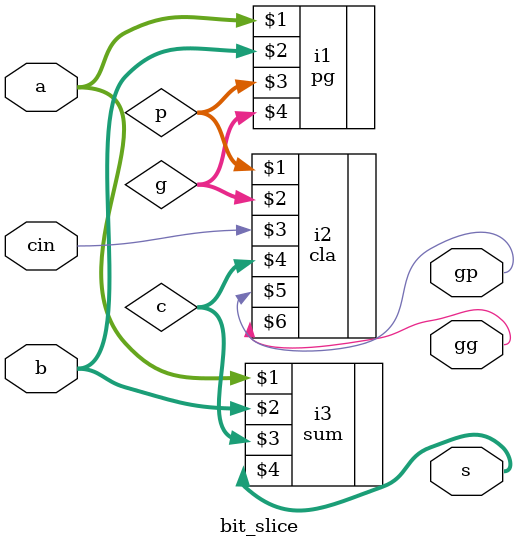
<source format=v>
module bit_slice(a,b,cin,s,gp,gg); 

    input [3:0] a,b;
    input cin; 
    output [3:0] s;
    output gp,gg;
    wire [3:0] p,g,c;
    pg i1(a,b,p,g);
    cla i2(p,g,cin,c,gp,gg);
    sum i3(a,b,c,s);

endmodule
    
</source>
